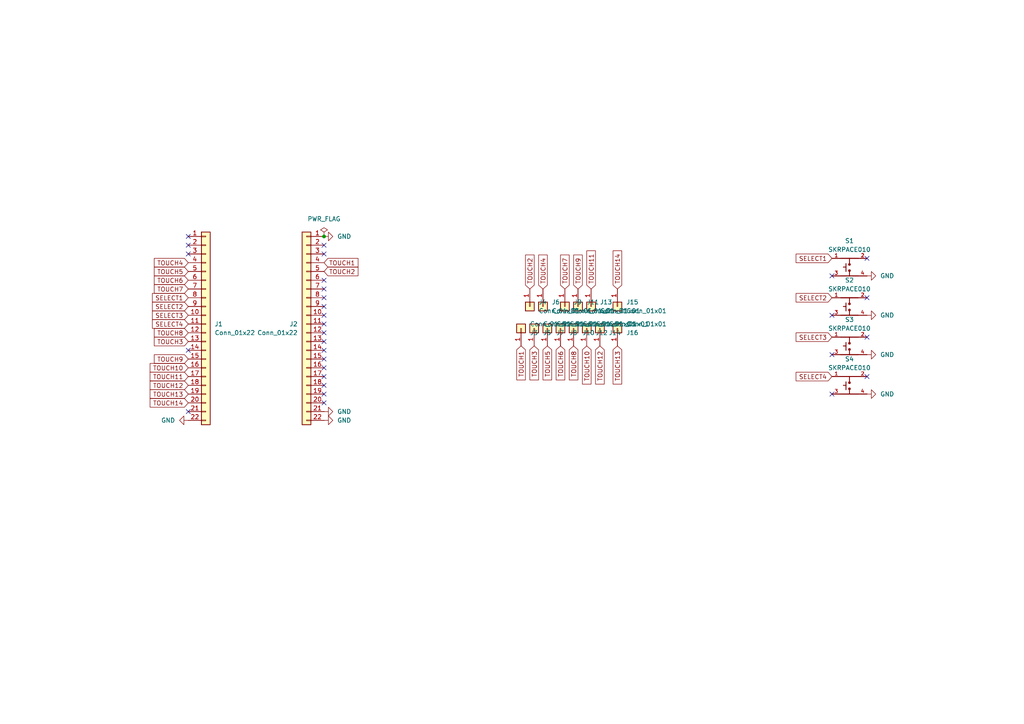
<source format=kicad_sch>
(kicad_sch (version 20231120) (generator "eeschema") (generator_version "8.0")
  (paper "A4")
  (lib_symbols
    (symbol "Connector_Generic:Conn_01x01" (pin_names (offset 1.016) hide)
      (property "Reference" "J" (at 0 2.54 0))
      (property "Value" "Conn_01x01" (at 0 -2.54 0))
      (symbol "Conn_01x01_1_1"
        (rectangle (start -1.27 0.127) (end 0 -0.127) (stroke (width 0.1524)))
        (rectangle (start -1.27 1.27) (end 1.27 -1.27) (stroke (width 0.254)) (fill (type background)))
        (pin passive line (at -5.08 0 0) (length 3.81) (name "Pin_1") (number "1"))
      )
    )
    (symbol "Connector_Generic:Conn_01x22" (pin_names (offset 1.016) hide)
      (property "Reference" "J" (at 0 27.94 0))
      (property "Value" "Conn_01x22" (at 0 -30.48 0))
      (symbol "Conn_01x22_1_1"
        (rectangle (start -1.27 -27.813) (end 0 -28.067) (stroke (width 0.1524)))
        (rectangle (start -1.27 -25.273) (end 0 -25.527) (stroke (width 0.1524)))
        (rectangle (start -1.27 -22.733) (end 0 -22.987) (stroke (width 0.1524)))
        (rectangle (start -1.27 -20.193) (end 0 -20.447) (stroke (width 0.1524)))
        (rectangle (start -1.27 -17.653) (end 0 -17.907) (stroke (width 0.1524)))
        (rectangle (start -1.27 -15.113) (end 0 -15.367) (stroke (width 0.1524)))
        (rectangle (start -1.27 -12.573) (end 0 -12.827) (stroke (width 0.1524)))
        (rectangle (start -1.27 -10.033) (end 0 -10.287) (stroke (width 0.1524)))
        (rectangle (start -1.27 -7.493) (end 0 -7.747) (stroke (width 0.1524)))
        (rectangle (start -1.27 -4.953) (end 0 -5.207) (stroke (width 0.1524)))
        (rectangle (start -1.27 -2.413) (end 0 -2.667) (stroke (width 0.1524)))
        (rectangle (start -1.27 0.127) (end 0 -0.127) (stroke (width 0.1524)))
        (rectangle (start -1.27 2.667) (end 0 2.413) (stroke (width 0.1524)))
        (rectangle (start -1.27 5.207) (end 0 4.953) (stroke (width 0.1524)))
        (rectangle (start -1.27 7.747) (end 0 7.493) (stroke (width 0.1524)))
        (rectangle (start -1.27 10.287) (end 0 10.033) (stroke (width 0.1524)))
        (rectangle (start -1.27 12.827) (end 0 12.573) (stroke (width 0.1524)))
        (rectangle (start -1.27 15.367) (end 0 15.113) (stroke (width 0.1524)))
        (rectangle (start -1.27 17.907) (end 0 17.653) (stroke (width 0.1524)))
        (rectangle (start -1.27 20.447) (end 0 20.193) (stroke (width 0.1524)))
        (rectangle (start -1.27 22.987) (end 0 22.733) (stroke (width 0.1524)))
        (rectangle (start -1.27 25.527) (end 0 25.273) (stroke (width 0.1524)))
        (rectangle (start -1.27 26.67) (end 1.27 -29.21) (stroke (width 0.254)) (fill (type background)))
        (pin passive line (at -5.08 25.4 0) (length 3.81) (name "Pin_1") (number "1"))
        (pin passive line (at -5.08 2.54 0) (length 3.81) (name "Pin_10") (number "10"))
        (pin passive line (at -5.08 0 0) (length 3.81) (name "Pin_11") (number "11"))
        (pin passive line (at -5.08 -2.54 0) (length 3.81) (name "Pin_12") (number "12"))
        (pin passive line (at -5.08 -5.08 0) (length 3.81) (name "Pin_13") (number "13"))
        (pin passive line (at -5.08 -7.62 0) (length 3.81) (name "Pin_14") (number "14"))
        (pin passive line (at -5.08 -10.16 0) (length 3.81) (name "Pin_15") (number "15"))
        (pin passive line (at -5.08 -12.7 0) (length 3.81) (name "Pin_16") (number "16"))
        (pin passive line (at -5.08 -15.24 0) (length 3.81) (name "Pin_17") (number "17"))
        (pin passive line (at -5.08 -17.78 0) (length 3.81) (name "Pin_18") (number "18"))
        (pin passive line (at -5.08 -20.32 0) (length 3.81) (name "Pin_19") (number "19"))
        (pin passive line (at -5.08 22.86 0) (length 3.81) (name "Pin_2") (number "2"))
        (pin passive line (at -5.08 -22.86 0) (length 3.81) (name "Pin_20") (number "20"))
        (pin passive line (at -5.08 -25.4 0) (length 3.81) (name "Pin_21") (number "21"))
        (pin passive line (at -5.08 -27.94 0) (length 3.81) (name "Pin_22") (number "22"))
        (pin passive line (at -5.08 20.32 0) (length 3.81) (name "Pin_3") (number "3"))
        (pin passive line (at -5.08 17.78 0) (length 3.81) (name "Pin_4") (number "4"))
        (pin passive line (at -5.08 15.24 0) (length 3.81) (name "Pin_5") (number "5"))
        (pin passive line (at -5.08 12.7 0) (length 3.81) (name "Pin_6") (number "6"))
        (pin passive line (at -5.08 10.16 0) (length 3.81) (name "Pin_7") (number "7"))
        (pin passive line (at -5.08 7.62 0) (length 3.81) (name "Pin_8") (number "8"))
        (pin passive line (at -5.08 5.08 0) (length 3.81) (name "Pin_9") (number "9"))
      )
    )
    (symbol "SKRPACE010:SKRPACE010" (pin_names (offset 1.016))
      (property "Reference" "S" (at -2.5431 5.0863 0))
      (property "Value" "SKRPACE010" (at -2.5442 -5.0884 0))
      (symbol "SKRPACE010_0_0"
        (circle (center 0 -1.016) (radius 0.254) (stroke (width 0.254)))
        (polyline (pts (xy -5.08 2.54) (xy 5.08 2.54)) (stroke (width 0.254)))
        (polyline (pts (xy -2.54 -2.54) (xy 0 -2.54)) (stroke (width 0.254)))
        (polyline (pts (xy -2.54 2.54) (xy 0 2.54)) (stroke (width 0.254)))
        (polyline (pts (xy -1.016 0) (xy -1.778 0)) (stroke (width 0.254)))
        (polyline (pts (xy -1.016 0) (xy -1.016 -1.27)) (stroke (width 0.254)))
        (polyline (pts (xy -1.016 1.016) (xy -1.016 0)) (stroke (width 0.254)))
        (polyline (pts (xy 0 -2.54) (xy 2.54 -2.54)) (stroke (width 0.254)))
        (polyline (pts (xy 0 -1.016) (xy 0 -2.54)) (stroke (width 0.254)))
        (polyline (pts (xy 0 0.762) (xy 0 2.54)) (stroke (width 0.254)))
        (polyline (pts (xy 0 2.54) (xy 2.54 2.54)) (stroke (width 0.254)))
        (polyline (pts (xy 5.08 -2.54) (xy -5.08 -2.54)) (stroke (width 0.254)))
        (circle (center 0 0.762) (radius 0.254) (stroke (width 0.254)))
      )
      (symbol "SKRPACE010_1_0"
        (pin passive line (at -5.08 2.54 0) (length 2.54) (name "~") (number "1"))
        (pin passive line (at 5.08 2.54 180) (length 2.54) (name "~") (number "2"))
        (pin passive line (at -5.08 -2.54 0) (length 2.54) (name "~") (number "3"))
        (pin passive line (at 5.08 -2.54 180) (length 2.54) (name "~") (number "4"))
      )
    )
    (symbol "power:GND" (power) (pin_numbers hide) (pin_names (offset 0) hide)
      (property "Value" "GND" (at 0 -3.81 0))
      (symbol "GND_0_1"
        (polyline (pts (xy 0 0) (xy 0 -1.27) (xy 1.27 -1.27) (xy 0 -2.54) (xy -1.27 -1.27) (xy 0 -1.27)))
      )
      (symbol "GND_1_1"
        (pin power_in line (at 0 0 270) (length 0) (name "~") (number "1"))
      )
    )
    (symbol "power:PWR_FLAG" (power) (pin_numbers hide) (pin_names (offset 0) hide)
      (property "Value" "PWR_FLAG" (at 0 3.81 0))
      (symbol "PWR_FLAG_0_0"
        (pin power_out line (at 0 0 90) (length 0) (name "~") (number "1"))
      )
      (symbol "PWR_FLAG_0_1"
        (polyline (pts (xy 0 0) (xy 0 1.27) (xy -1.016 1.905) (xy 0 2.54) (xy 1.016 1.905) (xy 0 1.27)))
      )
    )
  )
  (junction (at 93.98 68.58))
  (no_connect (at 241.3 80.01))
  (no_connect (at 251.46 86.36))
  (no_connect (at 93.98 104.14))
  (no_connect (at 93.98 71.12))
  (no_connect (at 54.61 119.38))
  (no_connect (at 251.46 97.79))
  (no_connect (at 241.3 91.44))
  (no_connect (at 93.98 114.3))
  (no_connect (at 251.46 109.22))
  (no_connect (at 93.98 116.84))
  (no_connect (at 93.98 91.44))
  (no_connect (at 93.98 109.22))
  (no_connect (at 93.98 83.82))
  (no_connect (at 93.98 101.6))
  (no_connect (at 93.98 88.9))
  (no_connect (at 93.98 86.36))
  (no_connect (at 54.61 71.12))
  (no_connect (at 241.3 114.3))
  (no_connect (at 93.98 99.06))
  (no_connect (at 93.98 106.68))
  (no_connect (at 251.46 74.93))
  (no_connect (at 93.98 81.28))
  (no_connect (at 54.61 68.58))
  (no_connect (at 241.3 102.87))
  (no_connect (at 54.61 73.66))
  (no_connect (at 93.98 96.52))
  (no_connect (at 93.98 73.66))
  (no_connect (at 93.98 93.98))
  (no_connect (at 93.98 111.76))
  (no_connect (at 54.61 101.6))
  (global_label "TOUCH4" (shape input) (at 157.48 83.82 90) (property "Intersheetrefs" "${INTERSHEET_REFS}" (effects (hide yes))))
  (global_label "TOUCH2" (shape input) (at 93.98 78.74 0) (property "Intersheetrefs" "${INTERSHEET_REFS}" (effects (hide yes))))
  (global_label "TOUCH9" (shape input) (at 167.64 83.82 90) (property "Intersheetrefs" "${INTERSHEET_REFS}" (effects (hide yes))))
  (global_label "TOUCH10" (shape input) (at 54.61 106.68 180) (property "Intersheetrefs" "${INTERSHEET_REFS}" (effects (hide yes))))
  (global_label "SELECT4" (shape input) (at 54.61 93.98 180) (property "Intersheetrefs" "${INTERSHEET_REFS}" (effects (hide yes))))
  (global_label "TOUCH8" (shape input) (at 166.37 100.33 270) (property "Intersheetrefs" "${INTERSHEET_REFS}" (effects (hide yes))))
  (global_label "TOUCH3" (shape input) (at 54.61 99.06 180) (property "Intersheetrefs" "${INTERSHEET_REFS}" (effects (hide yes))))
  (global_label "TOUCH11" (shape input) (at 54.61 109.22 180) (property "Intersheetrefs" "${INTERSHEET_REFS}" (effects (hide yes))))
  (global_label "TOUCH10" (shape input) (at 170.18 100.33 270) (property "Intersheetrefs" "${INTERSHEET_REFS}" (effects (hide yes))))
  (global_label "TOUCH6" (shape input) (at 54.61 81.28 180) (property "Intersheetrefs" "${INTERSHEET_REFS}" (effects (hide yes))))
  (global_label "TOUCH1" (shape input) (at 93.98 76.2 0) (property "Intersheetrefs" "${INTERSHEET_REFS}" (effects (hide yes))))
  (global_label "SELECT4" (shape input) (at 241.3 109.22 180) (property "Intersheetrefs" "${INTERSHEET_REFS}" (effects (hide yes))))
  (global_label "TOUCH13" (shape input) (at 54.61 114.3 180) (property "Intersheetrefs" "${INTERSHEET_REFS}" (effects (hide yes))))
  (global_label "TOUCH7" (shape input) (at 54.61 83.82 180) (property "Intersheetrefs" "${INTERSHEET_REFS}" (effects (hide yes))))
  (global_label "TOUCH5" (shape input) (at 54.61 78.74 180) (property "Intersheetrefs" "${INTERSHEET_REFS}" (effects (hide yes))))
  (global_label "SELECT2" (shape input) (at 241.3 86.36 180) (property "Intersheetrefs" "${INTERSHEET_REFS}" (effects (hide yes))))
  (global_label "TOUCH3" (shape input) (at 154.94 100.33 270) (property "Intersheetrefs" "${INTERSHEET_REFS}" (effects (hide yes))))
  (global_label "SELECT2" (shape input) (at 54.61 88.9 180) (property "Intersheetrefs" "${INTERSHEET_REFS}" (effects (hide yes))))
  (global_label "TOUCH12" (shape input) (at 54.61 111.76 180) (property "Intersheetrefs" "${INTERSHEET_REFS}" (effects (hide yes))))
  (global_label "TOUCH11" (shape input) (at 171.45 83.82 90) (property "Intersheetrefs" "${INTERSHEET_REFS}" (effects (hide yes))))
  (global_label "TOUCH14" (shape input) (at 54.61 116.84 180) (property "Intersheetrefs" "${INTERSHEET_REFS}" (effects (hide yes))))
  (global_label "TOUCH7" (shape input) (at 163.83 83.82 90) (property "Intersheetrefs" "${INTERSHEET_REFS}" (effects (hide yes))))
  (global_label "TOUCH2" (shape input) (at 153.67 83.82 90) (property "Intersheetrefs" "${INTERSHEET_REFS}" (effects (hide yes))))
  (global_label "TOUCH5" (shape input) (at 158.75 100.33 270) (property "Intersheetrefs" "${INTERSHEET_REFS}" (effects (hide yes))))
  (global_label "SELECT1" (shape input) (at 54.61 86.36 180) (property "Intersheetrefs" "${INTERSHEET_REFS}" (effects (hide yes))))
  (global_label "SELECT3" (shape input) (at 54.61 91.44 180) (property "Intersheetrefs" "${INTERSHEET_REFS}" (effects (hide yes))))
  (global_label "TOUCH8" (shape input) (at 54.61 96.52 180) (property "Intersheetrefs" "${INTERSHEET_REFS}" (effects (hide yes))))
  (global_label "SELECT1" (shape input) (at 241.3 74.93 180) (property "Intersheetrefs" "${INTERSHEET_REFS}" (effects (hide yes))))
  (global_label "SELECT3" (shape input) (at 241.3 97.79 180) (property "Intersheetrefs" "${INTERSHEET_REFS}" (effects (hide yes))))
  (global_label "TOUCH14" (shape input) (at 179.07 83.82 90) (property "Intersheetrefs" "${INTERSHEET_REFS}" (effects (hide yes))))
  (global_label "TOUCH9" (shape input) (at 54.61 104.14 180) (property "Intersheetrefs" "${INTERSHEET_REFS}" (effects (hide yes))))
  (global_label "TOUCH6" (shape input) (at 162.56 100.33 270) (property "Intersheetrefs" "${INTERSHEET_REFS}" (effects (hide yes))))
  (global_label "TOUCH4" (shape input) (at 54.61 76.2 180) (property "Intersheetrefs" "${INTERSHEET_REFS}" (effects (hide yes))))
  (global_label "TOUCH13" (shape input) (at 179.07 100.33 270) (property "Intersheetrefs" "${INTERSHEET_REFS}" (effects (hide yes))))
  (global_label "TOUCH1" (shape input) (at 151.13 100.33 270) (property "Intersheetrefs" "${INTERSHEET_REFS}" (effects (hide yes))))
  (global_label "TOUCH12" (shape input) (at 173.99 100.33 270) (property "Intersheetrefs" "${INTERSHEET_REFS}" (effects (hide yes))))
  (symbol (lib_id "power:GND") (at 251.46 114.3 90) (unit 1)
    (property "Reference" "#PWR010" (effects (hide yes)))
    (property "Value" "GND" (at 255.27 114.2999 90) (effects (justify right)))
    (property "Description" "Power symbol creates a global label with name \"GND\" , ground" (effects (hide yes)))
  )
  (symbol (lib_id "power:GND") (at 54.61 121.92 270) (unit 1)
    (property "Reference" "#PWR03" (effects (hide yes)))
    (property "Value" "GND" (at 50.8 121.9199 90) (effects (justify right)))
    (property "Description" "Power symbol creates a global label with name \"GND\" , ground" (effects (hide yes)))
  )
  (symbol (lib_id "Connector_Generic:Conn_01x01") (at 154.94 95.25 270) (mirror x) (unit 1)
    (property "Reference" "J5" (at 157.48 96.5201 90) (effects (justify left)))
    (property "Value" "Conn_01x01" (at 157.48 93.9801 90) (effects (justify left)))
    (property "Footprint" "Pad-CapacitiveTouch:Pad-CapacitiveTouch" (effects (hide yes)))
    (property "Description" "Generic connector, single row, 01x01, script generated (kicad-library-utils/schlib/autogen/connector/)" (effects (hide yes)))
  )
  (symbol (lib_id "power:GND") (at 251.46 80.01 90) (unit 1)
    (property "Reference" "#PWR07" (effects (hide yes)))
    (property "Value" "GND" (at 255.27 80.0099 90) (effects (justify right)))
    (property "Description" "Power symbol creates a global label with name \"GND\" , ground" (effects (hide yes)))
  )
  (symbol (lib_id "SKRPACE010:SKRPACE010") (at 246.38 88.9 0) (unit 1)
    (property "Reference" "S2" (at 246.38 81.28 0))
    (property "Value" "SKRPACE010" (at 246.38 83.82 0))
    (property "Footprint" "SKRPACE010:SKRPACE010" (effects (hide yes)))
    (property "MF" "ALPS" (effects (hide yes)))
    (property "Description_1" "\n                        \n                            Switch Tactile N.O. SPST Button J-Bend 0.05A 16VDC 2.55N SMD Automotive T/R\n                        \n" (effects (hide yes)))
    (property "Package" "None" (effects (hide yes)))
    (property "Price" "None" (effects (hide yes)))
    (property "Check_prices" "https://www.snapeda.com/parts/SKRPACE010/ALPS/view-part/?ref=eda" (effects (hide yes)))
    (property "STANDARD" "Maniufacturer Recommendations" (effects (hide yes)))
    (property "SnapEDA_Link" "https://www.snapeda.com/parts/SKRPACE010/ALPS/view-part/?ref=snap" (effects (hide yes)))
    (property "MP" "SKRPACE010" (effects (hide yes)))
    (property "Availability" "In Stock" (effects (hide yes)))
    (property "MANUFACTURER" "ALPS" (effects (hide yes)))
  )
  (symbol (lib_id "Connector_Generic:Conn_01x01") (at 166.37 95.25 270) (mirror x) (unit 1)
    (property "Reference" "J10" (at 168.91 96.5201 90) (effects (justify left)))
    (property "Value" "Conn_01x01" (at 168.91 93.9801 90) (effects (justify left)))
    (property "Footprint" "Pad-CapacitiveTouch:Pad-CapacitiveTouch" (effects (hide yes)))
    (property "Description" "Generic connector, single row, 01x01, script generated (kicad-library-utils/schlib/autogen/connector/)" (effects (hide yes)))
  )
  (symbol (lib_id "Connector_Generic:Conn_01x01") (at 151.13 95.25 270) (mirror x) (unit 1)
    (property "Reference" "J3" (at 153.67 96.5201 90) (effects (justify left)))
    (property "Value" "Conn_01x01" (at 153.67 93.9801 90) (effects (justify left)))
    (property "Footprint" "Pad-CapacitiveTouch:Pad-CapacitiveTouch" (effects (hide yes)))
    (property "Description" "Generic connector, single row, 01x01, script generated (kicad-library-utils/schlib/autogen/connector/)" (effects (hide yes)))
  )
  (symbol (lib_id "power:GND") (at 93.98 68.58 90) (unit 1)
    (property "Reference" "#PWR04" (effects (hide yes)))
    (property "Value" "GND" (at 97.79 68.5799 90) (effects (justify right)))
    (property "Description" "Power symbol creates a global label with name \"GND\" , ground" (effects (hide yes)))
  )
  (symbol (lib_id "Connector_Generic:Conn_01x01") (at 179.07 88.9 270) (unit 1)
    (property "Reference" "J15" (at 181.61 87.6299 90) (effects (justify left)))
    (property "Value" "Conn_01x01" (at 181.61 90.1699 90) (effects (justify left)))
    (property "Footprint" "Pad-CapacitiveTouch:Pad-CapacitiveTouch" (effects (hide yes)))
    (property "Description" "Generic connector, single row, 01x01, script generated (kicad-library-utils/schlib/autogen/connector/)" (effects (hide yes)))
  )
  (symbol (lib_id "power:GND") (at 251.46 91.44 90) (unit 1)
    (property "Reference" "#PWR08" (effects (hide yes)))
    (property "Value" "GND" (at 255.27 91.4399 90) (effects (justify right)))
    (property "Description" "Power symbol creates a global label with name \"GND\" , ground" (effects (hide yes)))
  )
  (symbol (lib_id "power:GND") (at 251.46 102.87 90) (unit 1)
    (property "Reference" "#PWR09" (effects (hide yes)))
    (property "Value" "GND" (at 255.27 102.8699 90) (effects (justify right)))
    (property "Description" "Power symbol creates a global label with name \"GND\" , ground" (effects (hide yes)))
  )
  (symbol (lib_id "power:GND") (at 93.98 119.38 90) (unit 1)
    (property "Reference" "#PWR05" (effects (hide yes)))
    (property "Value" "GND" (at 97.79 119.3799 90) (effects (justify right)))
    (property "Description" "Power symbol creates a global label with name \"GND\" , ground" (effects (hide yes)))
  )
  (symbol (lib_id "power:GND") (at 93.98 121.92 90) (unit 1)
    (property "Reference" "#PWR06" (effects (hide yes)))
    (property "Value" "GND" (at 97.79 121.9199 90) (effects (justify right)))
    (property "Description" "Power symbol creates a global label with name \"GND\" , ground" (effects (hide yes)))
  )
  (symbol (lib_id "SKRPACE010:SKRPACE010") (at 246.38 100.33 0) (unit 1)
    (property "Reference" "S3" (at 246.38 92.71 0))
    (property "Value" "SKRPACE010" (at 246.38 95.25 0))
    (property "Footprint" "SKRPACE010:SKRPACE010" (effects (hide yes)))
    (property "MF" "ALPS" (effects (hide yes)))
    (property "Description_1" "\n                        \n                            Switch Tactile N.O. SPST Button J-Bend 0.05A 16VDC 2.55N SMD Automotive T/R\n                        \n" (effects (hide yes)))
    (property "Package" "None" (effects (hide yes)))
    (property "Price" "None" (effects (hide yes)))
    (property "Check_prices" "https://www.snapeda.com/parts/SKRPACE010/ALPS/view-part/?ref=eda" (effects (hide yes)))
    (property "STANDARD" "Maniufacturer Recommendations" (effects (hide yes)))
    (property "SnapEDA_Link" "https://www.snapeda.com/parts/SKRPACE010/ALPS/view-part/?ref=snap" (effects (hide yes)))
    (property "MP" "SKRPACE010" (effects (hide yes)))
    (property "Availability" "In Stock" (effects (hide yes)))
    (property "MANUFACTURER" "ALPS" (effects (hide yes)))
  )
  (symbol (lib_id "Connector_Generic:Conn_01x01") (at 179.07 95.25 270) (mirror x) (unit 1)
    (property "Reference" "J16" (at 181.61 96.5201 90) (effects (justify left)))
    (property "Value" "Conn_01x01" (at 181.61 93.9801 90) (effects (justify left)))
    (property "Footprint" "Pad-CapacitiveTouch:Pad-CapacitiveTouch" (effects (hide yes)))
    (property "Description" "Generic connector, single row, 01x01, script generated (kicad-library-utils/schlib/autogen/connector/)" (effects (hide yes)))
  )
  (symbol (lib_id "SKRPACE010:SKRPACE010") (at 246.38 111.76 0) (unit 1)
    (property "Reference" "S4" (at 246.38 104.14 0))
    (property "Value" "SKRPACE010" (at 246.38 106.68 0))
    (property "Footprint" "SKRPACE010:SKRPACE010" (effects (hide yes)))
  )
  (symbol (lib_id "Connector_Generic:Conn_01x01") (at 153.67 88.9 270) (unit 1)
    (property "Reference" "J4" (at 156.21 87.6299 90) (effects (justify left)))
    (property "Value" "Conn_01x01" (at 156.21 90.1699 90) (effects (justify left)))
    (property "Footprint" "Pad-CapacitiveTouch:Pad-CapacitiveTouch" (effects (hide yes)))
    (property "Description" "Generic connector, single row, 01x01, script generated (kicad-library-utils/schlib/autogen/connector/)" (effects (hide yes)))
  )
  (symbol (lib_id "power:PWR_FLAG") (at 93.98 68.58 0) (unit 1)
    (property "Reference" "#FLG02" (effects (hide yes)))
    (property "Value" "PWR_FLAG" (at 93.98 63.5 0))
    (property "Description" "Special symbol for telling ERC where power comes from" (effects (hide yes)))
  )
  (symbol (lib_id "Connector_Generic:Conn_01x01") (at 162.56 95.25 270) (mirror x) (unit 1)
    (property "Reference" "J8" (at 165.1 96.5201 90) (effects (justify left)))
    (property "Value" "Conn_01x01" (at 165.1 93.9801 90) (effects (justify left)))
    (property "Footprint" "Pad-CapacitiveTouch:Pad-CapacitiveTouch" (effects (hide yes)))
    (property "Description" "Generic connector, single row, 01x01, script generated (kicad-library-utils/schlib/autogen/connector/)" (effects (hide yes)))
  )
  (symbol (lib_id "Connector_Generic:Conn_01x22") (at 59.69 93.98 0) (unit 1)
    (property "Reference" "J1" (at 62.23 93.9799 0) (effects (justify left)))
    (property "Value" "Conn_01x22" (at 62.23 96.5199 0) (effects (justify left)))
    (property "Footprint" "Connector_PinHeader_2.54mm:PinHeader_1x22_P2.54mm_Vertical" (effects (hide yes)))
    (property "Description" "Generic connector, single row, 01x22, script generated (kicad-library-utils/schlib/autogen/connector/)" (effects (hide yes)))
  )
  (symbol (lib_id "Connector_Generic:Conn_01x01") (at 167.64 88.9 270) (unit 1)
    (property "Reference" "J11" (at 170.18 87.6299 90) (effects (justify left)))
    (property "Value" "Conn_01x01" (at 170.18 90.1699 90) (effects (justify left)))
    (property "Footprint" "Pad-CapacitiveTouch:Pad-CapacitiveTouch" (effects (hide yes)))
    (property "Description" "Generic connector, single row, 01x01, script generated (kicad-library-utils/schlib/autogen/connector/)" (effects (hide yes)))
  )
  (symbol (lib_id "SKRPACE010:SKRPACE010") (at 246.38 77.47 0) (unit 1)
    (property "Reference" "S1" (at 246.38 69.85 0))
    (property "Value" "SKRPACE010" (at 246.38 72.39 0))
    (property "Footprint" "SKRPACE010:SKRPACE010" (effects (hide yes)))
    (property "MF" "ALPS" (effects (hide yes)))
    (property "Description_1" "\n                        \n                            Switch Tactile N.O. SPST Button J-Bend 0.05A 16VDC 2.55N SMD Automotive T/R\n                        \n" (effects (hide yes)))
    (property "Package" "None" (effects (hide yes)))
    (property "Price" "None" (effects (hide yes)))
    (property "Check_prices" "https://www.snapeda.com/parts/SKRPACE010/ALPS/view-part/?ref=eda" (effects (hide yes)))
    (property "STANDARD" "Maniufacturer Recommendations" (effects (hide yes)))
    (property "SnapEDA_Link" "https://www.snapeda.com/parts/SKRPACE010/ALPS/view-part/?ref=snap" (effects (hide yes)))
    (property "MP" "SKRPACE010" (effects (hide yes)))
    (property "Availability" "In Stock" (effects (hide yes)))
    (property "MANUFACTURER" "ALPS" (effects (hide yes)))
  )
  (symbol (lib_id "Connector_Generic:Conn_01x01") (at 171.45 88.9 270) (unit 1)
    (property "Reference" "J13" (at 173.99 87.6299 90) (effects (justify left)))
    (property "Value" "Conn_01x01" (at 173.99 90.1699 90) (effects (justify left)))
    (property "Footprint" "Pad-CapacitiveTouch:Pad-CapacitiveTouch" (effects (hide yes)))
    (property "Description" "Generic connector, single row, 01x01, script generated (kicad-library-utils/schlib/autogen/connector/)" (effects (hide yes)))
  )
  (symbol (lib_id "Connector_Generic:Conn_01x01") (at 157.48 88.9 270) (unit 1)
    (property "Reference" "J6" (at 160.02 87.6299 90) (effects (justify left)))
    (property "Value" "Conn_01x01" (at 160.02 90.1699 90) (effects (justify left)))
    (property "Footprint" "Pad-CapacitiveTouch:Pad-CapacitiveTouch" (effects (hide yes)))
    (property "Description" "Generic connector, single row, 01x01, script generated (kicad-library-utils/schlib/autogen/connector/)" (effects (hide yes)))
  )
  (symbol (lib_id "Connector_Generic:Conn_01x01") (at 163.83 88.9 270) (unit 1)
    (property "Reference" "J9" (at 166.37 87.6299 90) (effects (justify left)))
    (property "Value" "Conn_01x01" (at 166.37 90.1699 90) (effects (justify left)))
    (property "Footprint" "Pad-CapacitiveTouch:Pad-CapacitiveTouch" (effects (hide yes)))
    (property "Description" "Generic connector, single row, 01x01, script generated (kicad-library-utils/schlib/autogen/connector/)" (effects (hide yes)))
  )
  (symbol (lib_id "Connector_Generic:Conn_01x01") (at 158.75 95.25 270) (mirror x) (unit 1)
    (property "Reference" "J7" (at 161.29 96.5201 90) (effects (justify left)))
    (property "Value" "Conn_01x01" (at 161.29 93.9801 90) (effects (justify left)))
    (property "Footprint" "Pad-CapacitiveTouch:Pad-CapacitiveTouch" (effects (hide yes)))
    (property "Description" "Generic connector, single row, 01x01, script generated (kicad-library-utils/schlib/autogen/connector/)" (effects (hide yes)))
  )
  (symbol (lib_id "Connector_Generic:Conn_01x01") (at 170.18 95.25 270) (mirror x) (unit 1)
    (property "Reference" "J12" (at 172.72 96.5201 90) (effects (justify left)))
    (property "Value" "Conn_01x01" (at 172.72 93.9801 90) (effects (justify left)))
    (property "Footprint" "Pad-CapacitiveTouch:Pad-CapacitiveTouch" (effects (hide yes)))
    (property "Description" "Generic connector, single row, 01x01, script generated (kicad-library-utils/schlib/autogen/connector/)" (effects (hide yes)))
  )
  (symbol (lib_id "Connector_Generic:Conn_01x22") (at 88.9 93.98 0) (mirror y) (unit 1)
    (property "Reference" "J2" (at 86.36 93.9799 0) (effects (justify left)))
    (property "Value" "Conn_01x22" (at 86.36 96.5199 0) (effects (justify left)))
    (property "Footprint" "Connector_PinHeader_2.54mm:PinHeader_1x22_P2.54mm_Vertical" (effects (hide yes)))
    (property "Description" "Generic connector, single row, 01x22, script generated (kicad-library-utils/schlib/autogen/connector/)" (effects (hide yes)))
  )
  (symbol (lib_id "Connector_Generic:Conn_01x01") (at 173.99 95.25 270) (mirror x) (unit 1)
    (property "Reference" "J14" (at 176.53 96.5201 90) (effects (justify left)))
    (property "Value" "Conn_01x01" (at 176.53 93.9801 90) (effects (justify left)))
    (property "Footprint" "Pad-CapacitiveTouch:Pad-CapacitiveTouch" (effects (hide yes)))
    (property "Description" "Generic connector, single row, 01x01, script generated (kicad-library-utils/schlib/autogen/connector/)" (effects (hide yes)))
  )
)
</source>
